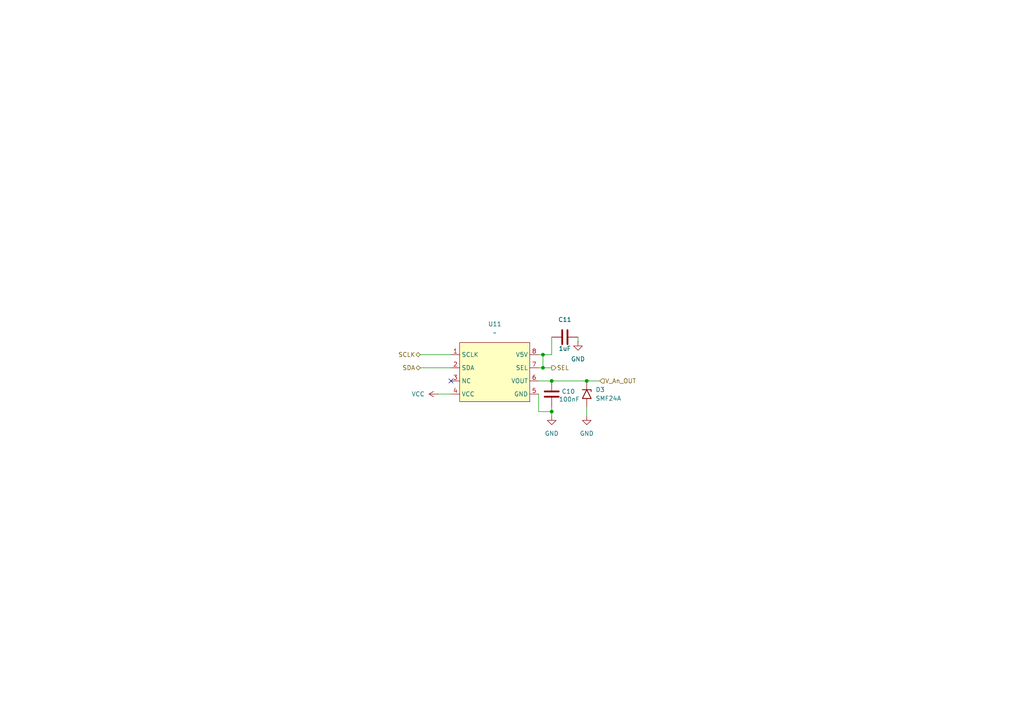
<source format=kicad_sch>
(kicad_sch (version 20250114) (generator "eeschema") (generator_version "9.0")
  (paper "A4")
  (lib_symbols
    (symbol "Device:C" (pin_numbers (hide yes)) (pin_names (offset 0.254))
      (property "Reference" "C" (at 0.635 2.54 0))
      (property "Value" "C" (at 0.635 -2.54 0))
      (symbol "C_0_1"
        (polyline (pts (xy -2.032 0.762) (xy 2.032 0.762)) (stroke (width 0.508)))
        (polyline (pts (xy -2.032 -0.762) (xy 2.032 -0.762)) (stroke (width 0.508)))
      )
      (symbol "C_1_1"
        (pin passive line (at 0 3.81 270) (length 2.794) (name "~") (number "1"))
        (pin passive line (at 0 -3.81 90) (length 2.794) (name "~") (number "2"))
      )
    )
    (symbol "Diode:SMF24A" (pin_numbers (hide yes)) (pin_names (offset 1.016) (hide yes))
      (property "Reference" "D" (at 0 2.54 0))
      (property "Value" "SMF24A" (at 0 -2.54 0))
      (symbol "SMF24A_0_1"
        (polyline (pts (xy -0.762 1.27) (xy -1.27 1.27) (xy -1.27 -1.27)) (stroke (width 0.254)))
        (polyline (pts (xy 1.27 1.27) (xy 1.27 -1.27) (xy -1.27 0) (xy 1.27 1.27)) (stroke (width 0.254)))
      )
      (symbol "SMF24A_1_1"
        (pin passive line (at -3.81 0 0) (length 2.54) (name "A1") (number "1"))
        (pin passive line (at 3.81 0 180) (length 2.54) (name "A2") (number "2"))
      )
    )
    (symbol "Proyecto_componente:GP8201S"
      (property "Reference" "U" (at 0 -11.176 0))
      (symbol "GP8201S_1_1"
        (rectangle (start -10.1599 8.5725) (end 10.1599 -8.5725) (fill (type color) (color 255 255 194 1)))
        (pin input line (at -12.7 5.08 0) (length 2.54) (name "SCLK") (number "1"))
        (pin input line (at -12.7 1.27 0) (length 2.54) (name "SDA") (number "2"))
        (pin input line (at -12.7 -2.54 0) (length 2.54) (name "NC") (number "3"))
        (pin input line (at -12.7 -6.35 0) (length 2.54) (name "VCC") (number "4"))
        (pin input line (at 12.7 5.08 180) (length 2.54) (name "V5V") (number "8"))
        (pin input line (at 12.7 1.27 180) (length 2.54) (name "SEL") (number "7"))
        (pin input line (at 12.7 -2.54 180) (length 2.54) (name "VOUT") (number "6"))
        (pin input line (at 12.7 -6.35 180) (length 2.54) (name "GND") (number "5"))
      )
    )
    (symbol "power:GND" (power) (pin_numbers (hide yes)) (pin_names (offset 0) (hide yes))
      (property "Value" "GND" (at 0 -3.81 0))
      (symbol "GND_0_1"
        (polyline (pts (xy 0 0) (xy 0 -1.27) (xy 1.27 -1.27) (xy 0 -2.54) (xy -1.27 -1.27) (xy 0 -1.27)))
      )
      (symbol "GND_1_1"
        (pin power_in line (at 0 0 270) (length 0) (name "~") (number "1"))
      )
    )
    (symbol "power:VCC" (power) (pin_numbers (hide yes)) (pin_names (offset 0) (hide yes))
      (property "Value" "VCC" (at 0 3.556 0))
      (symbol "VCC_0_1"
        (polyline (pts (xy -0.762 1.27) (xy 0 2.54)))
        (polyline (pts (xy 0 2.54) (xy 0.762 1.27)))
        (polyline (pts (xy 0 0) (xy 0 2.54)))
      )
      (symbol "VCC_1_1"
        (pin power_in line (at 0 0 90) (length 0) (name "~") (number "1"))
      )
    )
  )
  (junction (at 170.18 110.49))
  (junction (at 157.48 102.87))
  (junction (at 160.02 110.49))
  (junction (at 157.48 106.68))
  (junction (at 160.02 119.38))
  (no_connect (at 130.81 110.49))
  (wire (pts (xy 121.92 106.68) (xy 130.81 106.68)))
  (wire (pts (xy 156.21 102.87) (xy 157.48 102.87)))
  (wire (pts (xy 156.21 106.68) (xy 157.48 106.68)))
  (wire (pts (xy 170.18 110.49) (xy 173.99 110.49)))
  (wire (pts (xy 170.18 118.11) (xy 170.18 120.65)))
  (wire (pts (xy 127 114.3) (xy 130.81 114.3)))
  (wire (pts (xy 121.92 102.87) (xy 130.81 102.87)))
  (wire (pts (xy 156.21 119.38) (xy 160.02 119.38)))
  (wire (pts (xy 157.48 106.68) (xy 157.48 102.87)))
  (wire (pts (xy 156.21 110.49) (xy 160.02 110.49)))
  (wire (pts (xy 160.02 118.11) (xy 160.02 119.38)))
  (wire (pts (xy 160.02 119.38) (xy 160.02 120.65)))
  (wire (pts (xy 157.48 106.68) (xy 160.02 106.68)))
  (wire (pts (xy 160.02 110.49) (xy 170.18 110.49)))
  (wire (pts (xy 156.21 114.3) (xy 156.21 119.38)))
  (wire (pts (xy 160.02 97.79) (xy 160.02 102.87)))
  (wire (pts (xy 167.64 97.79) (xy 167.64 99.06)))
  (wire (pts (xy 160.02 102.87) (xy 157.48 102.87)))
  (hierarchical_label "SEL" (shape output) (at 160.02 106.68 0))
  (hierarchical_label "SCLK" (shape bidirectional) (at 121.92 102.87 180))
  (hierarchical_label "SDA" (shape bidirectional) (at 121.92 106.68 180))
  (hierarchical_label "V_An_OUT" (shape input) (at 173.99 110.49 0))
  (symbol (lib_id "Proyecto_componente:GP8201S") (at 143.51 107.95 0) (unit 1)
    (property "Reference" "U11" (at 143.51 93.98 0))
    (property "Value" "~" (at 143.51 96.52 0))
    (property "Footprint" "Project Library:GP8201S" (effects (hide yes)))
  )
  (symbol (lib_id "Device:C") (at 163.83 97.79 90) (unit 1)
    (property "Reference" "C11" (at 163.83 92.71 90))
    (property "Value" "1uF" (at 163.83 101.092 90))
    (property "Footprint" "Capacitor_SMD:C_0201_0603Metric" (effects (hide yes)))
    (property "Description" "Unpolarized capacitor" (effects (hide yes)))
  )
  (symbol (lib_id "power:GND") (at 170.18 120.65 0) (unit 1)
    (property "Reference" "#PWR057" (effects (hide yes)))
    (property "Value" "GND" (at 170.18 125.73 0))
    (property "Description" "Power symbol creates a global label with name \"GND\" , ground" (effects (hide yes)))
  )
  (symbol (lib_id "power:VCC") (at 127 114.3 90) (unit 1)
    (property "Reference" "#PWR046" (effects (hide yes)))
    (property "Value" "VCC" (at 123.19 114.2999 90) (effects (justify left)))
    (property "Description" "Power symbol creates a global label with name \"VCC\"" (effects (hide yes)))
  )
  (symbol (lib_id "power:GND") (at 160.02 120.65 0) (unit 1)
    (property "Reference" "#PWR055" (effects (hide yes)))
    (property "Value" "GND" (at 160.02 125.73 0))
    (property "Description" "Power symbol creates a global label with name \"GND\" , ground" (effects (hide yes)))
  )
  (symbol (lib_id "Device:C") (at 160.02 114.3 180) (unit 1)
    (property "Reference" "C10" (at 164.846 113.538 0))
    (property "Value" "100nF" (at 165.1 115.824 0))
    (property "Footprint" "Capacitor_SMD:C_0201_0603Metric" (effects (hide yes)))
    (property "Description" "Unpolarized capacitor" (effects (hide yes)))
  )
  (symbol (lib_id "Diode:SMF24A") (at 170.18 114.3 270) (unit 1)
    (property "Reference" "D3" (at 172.72 113.0299 90) (effects (justify left)))
    (property "Value" "SMF24A" (at 172.72 115.5699 90) (effects (justify left)))
    (property "Footprint" "Diode_SMD:D_SMF" (effects (hide yes)))
    (property "Datasheet" "https://www.vishay.com/doc?85881" (effects (hide yes)))
    (property "Description" "200W unidirectional Transil Transient Voltage Suppressor, 24Vrwm, SMF" (effects (hide yes)))
    (property "LCSC#" "C7495269" (effects (hide yes)))
  )
  (symbol (lib_id "power:GND") (at 167.64 99.06 0) (unit 1)
    (property "Reference" "#PWR056" (effects (hide yes)))
    (property "Value" "GND" (at 167.64 104.14 0))
    (property "Description" "Power symbol creates a global label with name \"GND\" , ground" (effects (hide yes)))
  )
)
</source>
